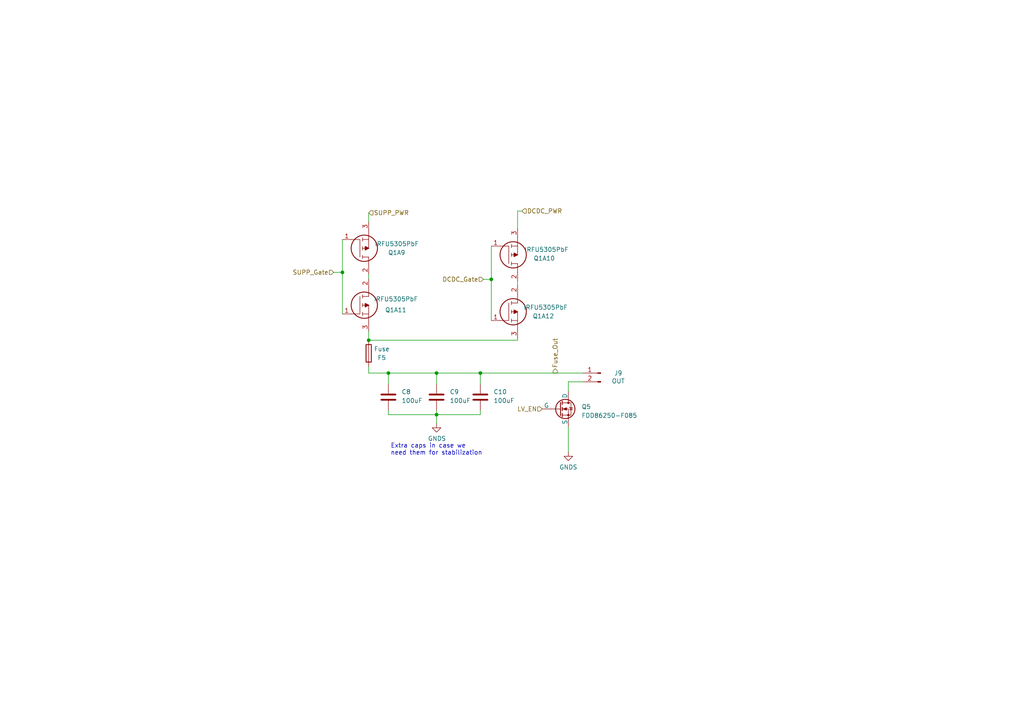
<source format=kicad_sch>
(kicad_sch (version 20231120) (generator "eeschema") (generator_version "8.0")
  (paper "A4")
  (lib_symbols
    (symbol "Connector:Conn_01x02_Pin" (pin_names (offset 1.016) hide)
      (property "Reference" "J" (at 0 2.54 0))
      (property "Value" "Conn_01x02_Pin" (at 0 -5.08 0))
      (symbol "Conn_01x02_Pin_1_1"
        (polyline (pts (xy 1.27 -2.54) (xy 0.8636 -2.54)) (stroke (width 0.1524)))
        (polyline (pts (xy 1.27 0) (xy 0.8636 0)) (stroke (width 0.1524)))
        (rectangle (start 0.8636 -2.413) (end 0 -2.667) (stroke (width 0.1524)) (fill (type outline)))
        (rectangle (start 0.8636 0.127) (end 0 -0.127) (stroke (width 0.1524)) (fill (type outline)))
        (pin passive line (at 5.08 0 180) (length 3.81) (name "Pin_1") (number "1"))
        (pin passive line (at 5.08 -2.54 180) (length 3.81) (name "Pin_2") (number "2"))
      )
    )
    (symbol "Device:C" (pin_numbers hide) (pin_names (offset 0.254))
      (property "Reference" "C" (at 0.635 2.54 0))
      (property "Value" "C" (at 0.635 -2.54 0))
      (symbol "C_0_1"
        (polyline (pts (xy -2.032 -0.762) (xy 2.032 -0.762)) (stroke (width 0.508)))
        (polyline (pts (xy -2.032 0.762) (xy 2.032 0.762)) (stroke (width 0.508)))
      )
      (symbol "C_1_1"
        (pin passive line (at 0 3.81 270) (length 2.794) (name "~") (number "1"))
        (pin passive line (at 0 -3.81 90) (length 2.794) (name "~") (number "2"))
      )
    )
    (symbol "Device:Fuse" (pin_numbers hide) (pin_names (offset 0))
      (property "Reference" "F" (at 2.032 0 90))
      (property "Value" "Fuse" (at -1.905 0 90))
      (symbol "Fuse_0_1"
        (rectangle (start -0.762 -2.54) (end 0.762 2.54) (stroke (width 0.254)))
        (polyline (pts (xy 0 2.54) (xy 0 -2.54)))
      )
      (symbol "Fuse_1_1"
        (pin passive line (at 0 3.81 270) (length 1.27) (name "~") (number "1"))
        (pin passive line (at 0 -3.81 90) (length 1.27) (name "~") (number "2"))
      )
    )
    (symbol "Simulation_SPICE:NMOS" (pin_numbers hide) (pin_names (offset 0))
      (property "Reference" "Q3" (at 6.35 0.635 0))
      (property "Value" "NMOS" (at 6.35 -1.905 0))
      (symbol "NMOS_0_1"
        (polyline (pts (xy 0.254 0) (xy -2.54 0)))
        (polyline (pts (xy 0.254 1.905) (xy 0.254 -1.905)) (stroke (width 0.254)))
        (polyline (pts (xy 0.762 -1.27) (xy 0.762 -2.286)) (stroke (width 0.254)))
        (polyline (pts (xy 0.762 0.508) (xy 0.762 -0.508)) (stroke (width 0.254)))
        (polyline (pts (xy 0.762 2.286) (xy 0.762 1.27)) (stroke (width 0.254)))
        (polyline (pts (xy 2.54 2.54) (xy 2.54 1.778)))
        (polyline (pts (xy 2.54 -2.54) (xy 2.54 0) (xy 0.762 0)))
        (polyline (pts (xy 0.762 -1.778) (xy 3.302 -1.778) (xy 3.302 1.778) (xy 0.762 1.778)))
        (polyline (pts (xy 1.016 0) (xy 2.032 0.381) (xy 2.032 -0.381) (xy 1.016 0)) (fill (type outline)))
        (polyline (pts (xy 2.794 0.508) (xy 2.921 0.381) (xy 3.683 0.381) (xy 3.81 0.254)))
        (polyline (pts (xy 3.302 0.381) (xy 2.921 -0.254) (xy 3.683 -0.254) (xy 3.302 0.381)))
        (circle (center 1.651 0) (radius 2.794) (stroke (width 0.254)))
        (circle (center 2.54 -1.778) (radius 0.254) (fill (type outline)))
        (circle (center 2.54 1.778) (radius 0.254) (fill (type outline)))
      )
      (symbol "NMOS_1_1"
        (pin input line (at -5.08 0 0) (length 2.54) (name "G") (number "1"))
        (pin passive line (at 2.54 5.08 270) (length 2.54) (name "D") (number "2"))
        (pin passive line (at 2.54 -5.08 90) (length 2.54) (name "S") (number "3"))
      )
    )
    (symbol "power:GNDS" (power) (pin_names (offset 0))
      (property "Value" "GNDS" (at 0 -3.81 0))
      (symbol "GNDS_0_1"
        (polyline (pts (xy 0 0) (xy 0 -1.27) (xy 1.27 -1.27) (xy 0 -2.54) (xy -1.27 -1.27) (xy 0 -1.27)))
      )
      (symbol "GNDS_1_1"
        (pin power_in line (at 0 0 270) (length 0) hide (name "GNDS") (number "1"))
      )
    )
    (symbol "utsvt-powersupp:SUP90P06-PCHANNEL-MOSFET" (pin_names (offset 0.762))
      (property "Reference" "Q" (at 11.43 3.81 0))
      (property "Value" "SUP90P06-PCHANNEL-MOSFET" (at 11.43 1.27 0))
      (symbol "SUP90P06-PCHANNEL-MOSFET_0_0"
        (pin passive line (at 0 0 0) (length 2.54) (name "~") (number "1"))
        (pin passive line (at 7.62 10.16 270) (length 2.54) (name "~") (number "2"))
        (pin passive line (at 7.62 -5.08 90) (length 2.54) (name "~") (number "3"))
      )
      (symbol "SUP90P06-PCHANNEL-MOSFET_0_1"
        (polyline (pts (xy 5.842 -0.508) (xy 5.842 0.508)) (stroke (width 0.1524)))
        (polyline (pts (xy 5.842 0) (xy 7.62 0)) (stroke (width 0.1524)))
        (polyline (pts (xy 5.842 2.032) (xy 5.842 3.048)) (stroke (width 0.1524)))
        (polyline (pts (xy 5.842 5.588) (xy 5.842 4.572)) (stroke (width 0.1524)))
        (polyline (pts (xy 7.62 2.54) (xy 5.842 2.54)) (stroke (width 0.1524)))
        (polyline (pts (xy 7.62 2.54) (xy 7.62 -2.54)) (stroke (width 0.1524)))
        (polyline (pts (xy 7.62 5.08) (xy 5.842 5.08)) (stroke (width 0.1524)))
        (polyline (pts (xy 7.62 5.08) (xy 7.62 7.62)) (stroke (width 0.1524)))
        (polyline (pts (xy 2.54 0) (xy 5.08 0) (xy 5.08 5.08)) (stroke (width 0.1524)))
        (polyline (pts (xy 7.62 2.54) (xy 6.604 3.048) (xy 6.604 2.032) (xy 7.62 2.54)) (stroke (width 0.254)) (fill (type outline)))
        (circle (center 6.35 2.54) (radius 3.81) (stroke (width 0.254)))
      )
    )
  )
  (junction (at 112.649 108.204))
  (junction (at 99.314 78.994))
  (junction (at 139.319 108.204))
  (junction (at 126.619 108.204))
  (junction (at 126.619 120.269))
  (junction (at 106.934 98.679))
  (junction (at 142.494 81.026))
  (wire (pts (xy 106.934 108.204) (xy 112.649 108.204)))
  (wire (pts (xy 164.846 110.744) (xy 164.846 113.538)))
  (wire (pts (xy 112.649 118.999) (xy 112.649 120.269)))
  (wire (pts (xy 126.619 108.204) (xy 126.619 111.379)))
  (wire (pts (xy 106.934 61.722) (xy 106.934 64.389)))
  (wire (pts (xy 126.619 118.999) (xy 126.619 120.269)))
  (wire (pts (xy 106.934 79.629) (xy 106.934 80.899)))
  (wire (pts (xy 150.114 98.044) (xy 150.114 98.679)))
  (wire (pts (xy 126.619 108.204) (xy 139.319 108.204)))
  (wire (pts (xy 126.619 120.269) (xy 139.319 120.269)))
  (wire (pts (xy 112.649 120.269) (xy 126.619 120.269)))
  (wire (pts (xy 139.319 108.204) (xy 139.319 111.379)))
  (wire (pts (xy 150.114 81.534) (xy 150.114 82.804)))
  (wire (pts (xy 106.934 98.679) (xy 150.114 98.679)))
  (wire (pts (xy 139.319 108.204) (xy 169.164 108.204)))
  (wire (pts (xy 140.208 81.026) (xy 142.494 81.026)))
  (wire (pts (xy 150.114 61.214) (xy 150.114 66.294)))
  (wire (pts (xy 139.319 120.269) (xy 139.319 118.999)))
  (wire (pts (xy 112.649 108.204) (xy 126.619 108.204)))
  (wire (pts (xy 164.846 110.744) (xy 169.164 110.744)))
  (wire (pts (xy 96.774 78.994) (xy 99.314 78.994)))
  (wire (pts (xy 99.314 78.994) (xy 99.314 91.059)))
  (wire (pts (xy 142.494 81.026) (xy 142.494 92.964)))
  (wire (pts (xy 99.314 69.469) (xy 99.314 78.994)))
  (wire (pts (xy 106.934 98.679) (xy 106.934 96.139)))
  (wire (pts (xy 142.494 71.374) (xy 142.494 81.026)))
  (wire (pts (xy 164.846 123.698) (xy 164.846 131.064)))
  (wire (pts (xy 126.619 120.269) (xy 126.619 122.809)))
  (wire (pts (xy 106.934 108.204) (xy 106.934 106.299)))
  (wire (pts (xy 150.114 61.214) (xy 151.384 61.214)))
  (wire (pts (xy 112.649 108.204) (xy 112.649 111.379)))
  (text "Extra caps in case we\nneed them for stabilization\n\n" (at 113.284 134.239 0) (effects (font (size 1.27 1.27)) (justify left bottom)))
  (hierarchical_label "DCDC_PWR" (shape input) (at 151.384 61.214 0))
  (hierarchical_label "SUPP_Gate" (shape input) (at 96.774 78.994 180))
  (hierarchical_label "LV_EN" (shape input) (at 157.226 118.618 180))
  (hierarchical_label "Fuse_Out" (shape output) (at 161.036 108.204 90))
  (hierarchical_label "DCDC_Gate" (shape input) (at 140.208 81.026 180))
  (hierarchical_label "SUPP_PWR" (shape input) (at 106.934 61.722 0))
  (symbol (lib_id "Device:Fuse") (at 106.934 102.489 0) (unit 1)
    (property "Reference" "F5" (at 110.744 103.759 0))
    (property "Value" "Fuse" (at 110.744 101.219 0))
    (property "Footprint" "Fuse:Fuseholder_Blade_Mini_Keystone_3568" (effects (hide yes)))
    (property "Datasheet" "https://www.mouser.com/datasheet/2/215/3568-742601.pdf" (effects (hide yes)))
    (property "Sim.Device" "SPICE" (effects (hide yes)))
    (instances (project "Power-Secondary" (path "" (reference "F5") (unit 1)) (path "" (reference "F2") (unit 1))))
  )
  (symbol (lib_id "utsvt-powersupp:SUP90P06-PCHANNEL-MOSFET") (at 99.314 69.469 0) (mirror x) (unit 1)
    (property "Reference" "Q1A9" (at 115.062 73.279 0))
    (property "Value" "IRFU5305PbF" (at 115.062 70.739 0))
    (property "Footprint" "UTSVT_PowerSupp:SUP90P06-PCHAN-ENH-PWR-MOSFET" (effects (hide yes)))
    (property "Datasheet" "https://www.vishay.com/docs/73010/sup90p06-09l.pdf" (effects (hide yes)))
    (property "Height" "4.83" (effects (hide yes)))
    (property "Sim.Device" "PMOS" (effects (hide yes)))
    (property "Sim.Type" "VDMOS" (effects (hide yes)))
    (property "Sim.Pins" "1=D 2=G 3=S" (effects (hide yes)))
    (instances (project "Power-Secondary" (path "" (reference "Q1A9") (unit 1)) (path "" (reference "Q1A1") (unit 1))))
  )
  (symbol (lib_id "Device:C") (at 126.619 115.189 0) (unit 1)
    (property "Reference" "C9" (at 130.429 113.6649 0) (effects (justify left)))
    (property "Value" "100uF" (at 130.429 116.2049 0) (effects (justify left)))
    (property "Footprint" "Capacitor_SMD:C_1210_3225Metric" (effects (hide yes)))
    (property "Datasheet" "https://www.mouser.com/datasheet/2/212/KEM_C1006_X5R_SMD-1103249.pdf" (effects (hide yes)))
    (instances (project "Power-Secondary" (path "" (reference "C9") (unit 1)) (path "" (reference "C2") (unit 1))))
  )
  (symbol (lib_id "Device:C") (at 112.649 115.189 0) (unit 1)
    (property "Reference" "C8" (at 116.459 113.6649 0) (effects (justify left)))
    (property "Value" "100uF" (at 116.459 116.2049 0) (effects (justify left)))
    (property "Footprint" "Capacitor_SMD:C_1210_3225Metric" (effects (hide yes)))
    (property "Datasheet" "https://www.mouser.com/datasheet/2/212/KEM_C1006_X5R_SMD-1103249.pdf" (effects (hide yes)))
    (instances (project "Power-Secondary" (path "" (reference "C8") (unit 1)) (path "" (reference "C1") (unit 1))))
  )
  (symbol (lib_id "utsvt-powersupp:SUP90P06-PCHANNEL-MOSFET") (at 142.494 71.374 0) (mirror x) (unit 1)
    (property "Reference" "Q1A10" (at 157.861 74.93 0))
    (property "Value" "IRFU5305PbF" (at 158.496 72.39 0))
    (property "Footprint" "UTSVT_PowerSupp:SUP90P06-PCHAN-ENH-PWR-MOSFET" (effects (hide yes)))
    (property "Datasheet" "https://www.vishay.com/docs/73010/sup90p06-09l.pdf" (effects (hide yes)))
    (property "Height" "4.83" (effects (hide yes)))
    (property "Sim.Device" "PMOS" (effects (hide yes)))
    (property "Sim.Type" "VDMOS" (effects (hide yes)))
    (property "Sim.Pins" "1=D 2=G 3=S" (effects (hide yes)))
    (instances (project "Power-Secondary" (path "" (reference "Q1A10") (unit 1)) (path "" (reference "Q1A2") (unit 1))))
  )
  (symbol (lib_id "utsvt-powersupp:SUP90P06-PCHANNEL-MOSFET") (at 142.494 92.964 0) (unit 1)
    (property "Reference" "Q1A12" (at 157.607 91.694 0))
    (property "Value" "IRFU5305PbF" (at 158.242 89.154 0))
    (property "Footprint" "UTSVT_PowerSupp:SUP90P06-PCHAN-ENH-PWR-MOSFET" (effects (hide yes)))
    (property "Datasheet" "https://www.vishay.com/docs/73010/sup90p06-09l.pdf" (effects (hide yes)))
    (property "Height" "4.83" (effects (hide yes)))
    (property "Sim.Device" "PMOS" (effects (hide yes)))
    (property "Sim.Type" "VDMOS" (effects (hide yes)))
    (property "Sim.Pins" "1=D 2=G 3=S" (effects (hide yes)))
    (instances (project "Power-Secondary" (path "" (reference "Q1A12") (unit 1)) (path "" (reference "Q1A4") (unit 1))))
  )
  (symbol (lib_id "power:GNDS") (at 164.846 131.064 0) (unit 1)
    (property "Reference" "#PWR019" (effects (hide yes)))
    (property "Value" "GNDS" (at 164.846 135.509 0))
    (property "Sim.Device" "V" (effects (hide yes)))
    (property "Sim.Type" "DC" (effects (hide yes)))
    (property "Sim.Pins" "1=+" (effects (hide yes)))
    (property "Sim.Params" "dc=\"\"" (effects (hide yes)))
    (instances (project "Power-Secondary" (path "" (reference "#PWR019") (unit 1)) (path "" (reference "#PWR010") (unit 1))))
  )
  (symbol (lib_id "Device:C") (at 139.319 115.189 0) (unit 1)
    (property "Reference" "C10" (at 143.129 113.6649 0) (effects (justify left)))
    (property "Value" "100uF" (at 143.129 116.2049 0) (effects (justify left)))
    (property "Footprint" "Capacitor_SMD:C_1210_3225Metric" (effects (hide yes)))
    (property "Datasheet" "https://www.mouser.com/datasheet/2/212/KEM_C1006_X5R_SMD-1103249.pdf" (effects (hide yes)))
    (instances (project "Power-Secondary" (path "" (reference "C10") (unit 1)) (path "" (reference "C3") (unit 1))))
  )
  (symbol (lib_id "power:GNDS") (at 126.619 122.809 0) (unit 1)
    (property "Reference" "#PWR017" (effects (hide yes)))
    (property "Value" "GNDS" (at 126.746 127.2032 0))
    (property "Sim.Device" "V" (effects (hide yes)))
    (property "Sim.Type" "DC" (effects (hide yes)))
    (property "Sim.Pins" "1=+" (effects (hide yes)))
    (property "Sim.Params" "dc=\"\"" (effects (hide yes)))
    (instances (project "Power-Secondary" (path "" (reference "#PWR017") (unit 1)) (path "" (reference "#PWR08") (unit 1))))
  )
  (symbol (lib_id "Connector:Conn_01x02_Pin") (at 174.244 108.204 0) (mirror y) (unit 1)
    (property "Reference" "J9" (at 179.324 108.9406 0) (effects (justify bottom)))
    (property "Value" "OUT" (at 179.324 111.252 0) (effects (justify bottom)))
    (property "Footprint" "Connector_Molex:Molex_Sabre_43160-0102_1x02_P7.49mm_Vertical" (effects (hide yes)))
    (property "Datasheet" "https://www.mouser.com/ProductDetail/538-43160-0102" (effects (hide yes)))
    (property "Sim.Device" "V" (effects (hide yes)))
    (property "Sim.Type" "DC" (effects (hide yes)))
    (property "Sim.Pins" "1=+ 2=-" (effects (hide yes)))
    (property "Sim.Params" "dc=\"\"" (effects (hide yes)))
    (instances (project "Power-Secondary" (path "" (reference "J9") (unit 1)) (path "" (reference "J6") (unit 1))))
  )
  (symbol (lib_id "utsvt-powersupp:SUP90P06-PCHANNEL-MOSFET") (at 99.314 91.059 0) (unit 1)
    (property "Reference" "Q1A11" (at 114.808 89.916 0))
    (property "Value" "IRFU5305PbF" (at 114.808 86.741 0))
    (property "Footprint" "UTSVT_PowerSupp:SUP90P06-PCHAN-ENH-PWR-MOSFET" (effects (hide yes)))
    (property "Datasheet" "https://www.vishay.com/docs/73010/sup90p06-09l.pdf" (effects (hide yes)))
    (property "Height" "4.83" (effects (hide yes)))
    (property "Sim.Device" "PMOS" (effects (hide yes)))
    (property "Sim.Type" "VDMOS" (effects (hide yes)))
    (property "Sim.Pins" "1=D 2=G 3=S" (effects (hide yes)))
    (instances (project "Power-Secondary" (path "" (reference "Q1A11") (unit 1)) (path "" (reference "Q1A3") (unit 1))))
  )
  (symbol (lib_id "Simulation_SPICE:NMOS") (at 162.306 118.618 0) (unit 1)
    (property "Reference" "Q5" (at 168.656 117.983 0) (effects (justify left)))
    (property "Value" "FDD86250-F085" (at 168.656 120.523 0) (effects (justify left)))
    (property "Footprint" "UTSVT_PowerSupp:FDD13AN06A0F085" (effects (hide yes)))
    (property "Datasheet" "https://www.mouser.com/datasheet/2/308/1/FDD86250_F085_D-2312165.pdf" (effects (hide yes)))
    (property "Sim.Device" "NMOS" (effects (hide yes)))
    (property "Sim.Type" "VDMOS" (effects (hide yes)))
    (property "Sim.Pins" "1=D 2=G 3=S" (effects (hide yes)))
    (instances (project "Power-Secondary" (path "" (reference "Q5") (unit 1)) (path "" (reference "Q1") (unit 1))))
  )
)
</source>
